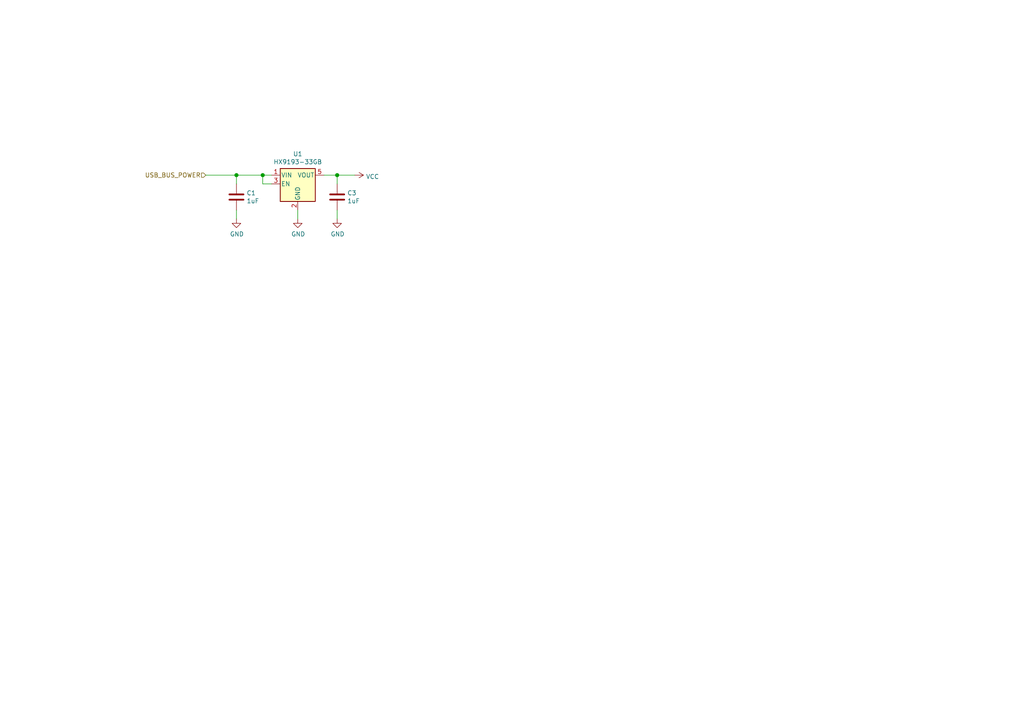
<source format=kicad_sch>
(kicad_sch (version 20230121) (generator eeschema)
  (paper "A4")
  (title_block (title "USB reg to 3v3") (date "2023-05-07") (rev "1.0") (comment 1 "CC-BY-SA"))
  (lib_symbols
    (symbol "Regulator_Linear:AP2204K-3.3" (pin_names (offset 0.254))
      (property "Reference" "U" (at -5.08 5.715 0))
      (property "Value" "AP2204K-3.3" (at 0 5.715 0))
      (symbol "AP2204K-3.3_0_1"
        (rectangle (start -5.08 4.445) (end 5.08 -5.08) (stroke (width 0.254)) (fill (type background)))
      )
      (symbol "AP2204K-3.3_1_1"
        (pin power_in line (at -7.62 2.54 0) (length 2.54) (name "VIN") (number "1"))
        (pin power_in line (at 0 -7.62 90) (length 2.54) (name "GND") (number "2"))
        (pin input line (at -7.62 0 0) (length 2.54) (name "EN") (number "3"))
        (pin no_connect line (at 7.62 0 180) (length 2.54) hide (name "NC") (number "4"))
        (pin power_out line (at 7.62 2.54 180) (length 2.54) (name "VOUT") (number "5"))
      )
    )
    (symbol "charliedistance-rescue:C-device" (pin_numbers hide) (pin_names (offset 0.254))
      (property "Reference" "C" (at 0.635 2.54 0))
      (property "Value" "C-device" (at 0.635 -2.54 0))
      (symbol "C-device_0_1"
        (polyline (pts (xy -2.032 -0.762) (xy 2.032 -0.762)) (stroke (width 0.508)))
        (polyline (pts (xy -2.032 0.762) (xy 2.032 0.762)) (stroke (width 0.508)))
      )
      (symbol "C-device_1_1"
        (pin passive line (at 0 3.81 270) (length 2.794) (name "~") (number "1"))
        (pin passive line (at 0 -3.81 90) (length 2.794) (name "~") (number "2"))
      )
    )
    (symbol "power:GND" (power) (pin_names (offset 0))
      (property "Value" "GND" (at 0 -3.81 0))
      (symbol "GND_0_1"
        (polyline (pts (xy 0 0) (xy 0 -1.27) (xy 1.27 -1.27) (xy 0 -2.54) (xy -1.27 -1.27) (xy 0 -1.27)))
      )
      (symbol "GND_1_1"
        (pin power_in line (at 0 0 270) (length 0) hide (name "GND") (number "1"))
      )
    )
    (symbol "power:VCC" (power) (pin_names (offset 0))
      (property "Value" "VCC" (at 0 3.81 0))
      (symbol "VCC_0_1"
        (polyline (pts (xy -0.762 1.27) (xy 0 2.54)))
        (polyline (pts (xy 0 0) (xy 0 2.54)))
        (polyline (pts (xy 0 2.54) (xy 0.762 1.27)))
      )
      (symbol "VCC_1_1"
        (pin power_in line (at 0 0 90) (length 0) hide (name "VCC") (number "1"))
      )
    )
  )
  (junction (at 97.79 50.8) (diameter 1.016))
  (junction (at 76.2 50.8) (diameter 1.016))
  (junction (at 68.58 50.8) (diameter 1.016))
  (wire (pts (xy 68.58 53.34) (xy 68.58 50.8)))
  (wire (pts (xy 86.36 60.96) (xy 86.36 63.5)))
  (wire (pts (xy 76.2 53.34) (xy 76.2 50.8)))
  (wire (pts (xy 97.79 50.8) (xy 102.87 50.8)))
  (wire (pts (xy 97.79 53.34) (xy 97.79 50.8)))
  (wire (pts (xy 78.74 53.34) (xy 76.2 53.34)))
  (wire (pts (xy 68.58 50.8) (xy 59.69 50.8)))
  (wire (pts (xy 68.58 60.96) (xy 68.58 63.5)))
  (wire (pts (xy 93.98 50.8) (xy 97.79 50.8)))
  (wire (pts (xy 78.74 50.8) (xy 76.2 50.8)))
  (wire (pts (xy 97.79 60.96) (xy 97.79 63.5)))
  (wire (pts (xy 76.2 50.8) (xy 68.58 50.8)))
  (hierarchical_label "USB_BUS_POWER" (shape input) (at 59.69 50.8 180))
  (symbol (lib_id "charliedistance-rescue:C-device") (at 68.58 57.15 0) (unit 1)
    (property "Reference" "C1" (at 71.501 55.9816 0) (effects (justify left)))
    (property "Value" "1uF" (at 71.501 58.293 0) (effects (justify left)))
    (property "Footprint" "Capacitor_SMD:C_0603_1608Metric" (effects hide))
  )
  (symbol (lib_id "power:GND") (at 68.58 63.5 0) (unit 1)
    (property "Reference" "#PWR06" (effects hide))
    (property "Value" "GND" (at 68.707 67.8942 0))
  )
  (symbol (lib_id "charliedistance-rescue:C-device") (at 97.79 57.15 0) (unit 1)
    (property "Reference" "C3" (at 100.711 55.9816 0) (effects (justify left)))
    (property "Value" "1uF" (at 100.711 58.293 0) (effects (justify left)))
    (property "Footprint" "Capacitor_SMD:C_0603_1608Metric" (effects hide))
  )
  (symbol (lib_id "Regulator_Linear:AP2204K-3.3") (at 86.36 53.34 0) (unit 1)
    (property "Reference" "U1" (at 86.36 44.6532 0))
    (property "Value" "HX9193-33GB" (at 86.36 46.9646 0))
    (property "Footprint" "Package_TO_SOT_SMD:SOT-23-5" (effects hide))
    (property "Datasheet" "https://datasheet.lcsc.com/szlcsc/1811131153_HX-hengjiaxing-HX9193-33GB_C296123.pdf" (effects hide))
  )
  (symbol (lib_id "power:GND") (at 86.36 63.5 0) (unit 1)
    (property "Reference" "#PWR07" (effects hide))
    (property "Value" "GND" (at 86.487 67.8942 0))
  )
  (symbol (lib_id "power:GND") (at 97.79 63.5 0) (unit 1)
    (property "Reference" "#PWR09" (effects hide))
    (property "Value" "GND" (at 97.917 67.8942 0))
  )
  (symbol (lib_id "power:VCC") (at 102.87 50.8 270) (unit 1)
    (property "Reference" "#PWR013" (effects hide))
    (property "Value" "VCC" (at 106.1212 51.2318 90) (effects (justify left)))
  )
)
</source>
